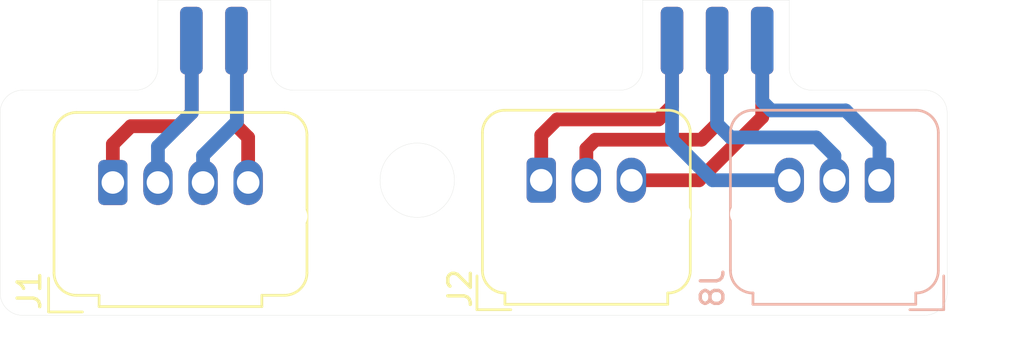
<source format=kicad_pcb>
(kicad_pcb (version 20221018) (generator pcbnew)
  (layers (0 "F.Cu" signal) (31 "B.Cu" signal) (34 "B.Paste" user) (35 "F.Paste" user) (36 "B.SilkS" user "B.Silkscreen") (37 "F.SilkS" user "F.Silkscreen") (38 "B.Mask" user) (39 "F.Mask" user) (44 "Edge.Cuts" user))
  (net 0 "")
  (net 1 "Net-(J1-Pin_1)")
  (net 2 "Net-(J1-Pin_2)")
  (net 3 "Net-(J1-Pin_3)")
  (net 4 "Net-(J1-Pin_4)")
  (net 5 "Net-(J2-Pin_1)")
  (net 6 "Net-(J2-Pin_2)")
  (net 7 "Net-(J2-Pin_3)")
  (net 8 "Net-(J8-Pin_1)")
  (net 9 "Net-(J8-Pin_2)")
  (net 10 "Net-(J8-Pin_3)")
  (footprint "local-footprints:SMD_2PIN" (layer "F.Cu") (at 92.683 64)
    (fp_text reference "J6" hide)
    (fp_text value "Conn_01x02_Pin" hide)
    (pad "1" smd roundrect (at -1 0 90) (size 3 1) (layers "F.Cu" "F.Paste" "F.Mask") (net 1 "Net-(J1-Pin_1)"))
    (pad "2" smd roundrect (at 1 0 90) (size 3 1) (layers "F.Cu" "F.Paste" "F.Mask") (net 4 "Net-(J1-Pin_4)"))
  )
  (footprint "Connector_JST:JST_JWPF_B04B-JWPF-SK-R_1x04_P2.00mm_Vertical" (layer "F.Cu") (at 88.2 70.3 90)
    (fp_text reference "J1" (at -4.8 -3.7 90) (layer "F.SilkS"))
    (fp_text value "JWPF B04B")
    (fp_line (start -5.75 -2.85) (end -4.25 -2.85) (stroke (width 0.12)) (layer "F.SilkS"))
    (fp_line (start -5.75 -1.35) (end -5.75 -2.85) (stroke (width 0.12)) (layer "F.SilkS"))
    (fp_line (start -5.51 -0.61) (end -5.51 6.61) (stroke (width 0.12)) (layer "F.SilkS"))
    (fp_line (start -5.51 6.61) (end -5.01 6.61) (stroke (width 0.12)) (layer "F.SilkS"))
    (fp_line (start -5.01 -1.61) (end -5.01 -0.61) (stroke (width 0.12)) (layer "F.SilkS"))
    (fp_line (start -5.01 -0.61) (end -5.51 -0.61) (stroke (width 0.12)) (layer "F.SilkS"))
    (fp_line (start -5.01 6.61) (end -5.01 7.61) (stroke (width 0.12)) (layer "F.SilkS"))
    (fp_line (start -4.01 -2.61) (end 2.11 -2.61) (stroke (width 0.12)) (layer "F.SilkS"))
    (fp_line (start -4.01 8.61) (end 2.11 8.61) (stroke (width 0.12)) (layer "F.SilkS"))
    (fp_line (start 3.11 -1.61) (end 3.11 7.61) (stroke (width 0.12)) (layer "F.SilkS"))
    (fp_arc (start -5.01 -1.61) (mid -4.717107 -2.317107) (end -4.01 -2.61) (stroke (width 0.12)) (layer "F.SilkS"))
    (fp_arc (start -4.01 8.61) (mid -4.717107 8.317107) (end -5.01 7.61) (stroke (width 0.12)) (layer "F.SilkS"))
    (fp_arc (start 2.11 -2.61) (mid 2.817107 -2.317107) (end 3.11 -1.61) (stroke (width 0.12)) (layer "F.SilkS"))
    (fp_arc (start 3.11 7.61) (mid 2.817107 8.317107) (end 2.11 8.61) (stroke (width 0.12)) (layer "F.SilkS"))
    (pad "" np_thru_hole circle (at -1.5 8.05 90) (size 1.15 1.15) (drill 1.15) (layers "*.Cu" "*.Mask"))
    (pad "1" thru_hole roundrect (at 0 0 90) (size 2 1.3) (drill 1) (layers "*.Cu" "*.Mask") (roundrect_rratio 0.192308) (net 1 "Net-(J1-Pin_1)"))
    (pad "2" thru_hole oval (at 0 2 90) (size 2 1.3) (drill 1) (layers "*.Cu" "*.Mask") (net 2 "Net-(J1-Pin_2)"))
    (pad "3" thru_hole oval (at 0 4 90) (size 2 1.3) (drill 1) (layers "*.Cu" "*.Mask") (net 3 "Net-(J1-Pin_3)"))
    (pad "4" thru_hole oval (at 0 6 90) (size 2 1.3) (drill 1) (layers "*.Cu" "*.Mask") (net 4 "Net-(J1-Pin_4)"))
  )
  (footprint "local-footprints:SMD_3PIN" (layer "F.Cu") (at 115 64)
    (fp_text reference "J3" hide)
    (fp_text value "Conn_01x03_Pin" hide)
    (pad "1" smd roundrect (at -2 0) (size 1 3) (layers "F.Cu" "F.Paste" "F.Mask") (net 5 "Net-(J2-Pin_1)"))
    (pad "2" smd roundrect (at 0 0) (size 1 3) (layers "F.Cu" "F.Paste" "F.Mask") (net 6 "Net-(J2-Pin_2)"))
    (pad "3" smd roundrect (at 2 0) (size 1 3) (layers "F.Cu" "F.Paste" "F.Mask") (net 7 "Net-(J2-Pin_3)"))
  )
  (footprint "Connector_JST:JST_JWPF_B03B-JWPF-SK-R_1x03_P2.00mm_Vertical" (layer "F.Cu") (at 107.2 70.2 90)
    (fp_text reference "J2" (at -4.8 -3.6 90) (layer "F.SilkS"))
    (fp_text value "JWPF B03B/B02B")
    (fp_line (start -5.75 -2.85) (end -4.25 -2.85) (stroke (width 0.12)) (layer "F.SilkS"))
    (fp_line (start -5.75 -1.35) (end -5.75 -2.85) (stroke (width 0.12)) (layer "F.SilkS"))
    (fp_line (start -5.51 -1.61) (end -5.51 5.61) (stroke (width 0.12)) (layer "F.SilkS"))
    (fp_line (start -5.51 5.61) (end -5.01 5.61) (stroke (width 0.12)) (layer "F.SilkS"))
    (fp_line (start -5.01 -1.61) (end -5.51 -1.61) (stroke (width 0.12)) (layer "F.SilkS"))
    (fp_line (start -5.01 -1.61) (end -5.01 -1.61) (stroke (width 0.12)) (layer "F.SilkS"))
    (fp_line (start -5.01 5.61) (end -5.01 5.61) (stroke (width 0.12)) (layer "F.SilkS"))
    (fp_line (start -4.01 -2.61) (end 2.11 -2.61) (stroke (width 0.12)) (layer "F.SilkS"))
    (fp_line (start -4.01 6.61) (end 2.11 6.61) (stroke (width 0.12)) (layer "F.SilkS"))
    (fp_line (start 3.11 -1.61) (end 3.11 5.61) (stroke (width 0.12)) (layer "F.SilkS"))
    (fp_arc (start -5.01 -1.61) (mid -4.717107 -2.317107) (end -4.01 -2.61) (stroke (width 0.12)) (layer "F.SilkS"))
    (fp_arc (start -4.01 6.61) (mid -4.717107 6.317107) (end -5.01 5.61) (stroke (width 0.12)) (layer "F.SilkS"))
    (fp_arc (start 2.11 -2.61) (mid 2.817107 -2.317107) (end 3.11 -1.61) (stroke (width 0.12)) (layer "F.SilkS"))
    (fp_arc (start 3.11 5.61) (mid 2.817107 6.317107) (end 2.11 6.61) (stroke (width 0.12)) (layer "F.SilkS"))
    (pad "" np_thru_hole circle (at -1.5 6.05 90) (size 1.15 1.15) (drill 1.15) (layers "*.Cu" "*.Mask"))
    (pad "1" thru_hole roundrect (at 0 0 90) (size 2 1.3) (drill 1) (layers "*.Cu" "*.Mask") (roundrect_rratio 0.192308) (net 5 "Net-(J2-Pin_1)"))
    (pad "2" thru_hole oval (at 0 2 90) (size 2 1.3) (drill 1) (layers "*.Cu" "*.Mask") (net 6 "Net-(J2-Pin_2)"))
    (pad "3" thru_hole oval (at 0 4 90) (size 2 1.3) (drill 1) (layers "*.Cu" "*.Mask") (net 7 "Net-(J2-Pin_3)"))
  )
  (footprint "Connector_JST:JST_JWPF_B03B-JWPF-SK-R_1x03_P2.00mm_Vertical" (layer "B.Cu") (at 122.2 70.2 90)
    (fp_text reference "J8" (at -4.8 -7.4 90) (layer "B.SilkS") (effects (justify mirror)))
    (fp_text value "JWPF B03B/B02B")
    (fp_line (start -5.75 1.35) (end -5.75 2.85) (stroke (width 0.12)) (layer "B.SilkS"))
    (fp_line (start -5.75 2.85) (end -4.25 2.85) (stroke (width 0.12)) (layer "B.SilkS"))
    (fp_line (start -5.51 -5.61) (end -5.01 -5.61) (stroke (width 0.12)) (layer "B.SilkS"))
    (fp_line (start -5.51 1.61) (end -5.51 -5.61) (stroke (width 0.12)) (layer "B.SilkS"))
    (fp_line (start -5.01 -5.61) (end -5.01 -5.61) (stroke (width 0.12)) (layer "B.SilkS"))
    (fp_line (start -5.01 1.61) (end -5.51 1.61) (stroke (width 0.12)) (layer "B.SilkS"))
    (fp_line (start -5.01 1.61) (end -5.01 1.61) (stroke (width 0.12)) (layer "B.SilkS"))
    (fp_line (start -4.01 -6.61) (end 2.11 -6.61) (stroke (width 0.12)) (layer "B.SilkS"))
    (fp_line (start -4.01 2.61) (end 2.11 2.61) (stroke (width 0.12)) (layer "B.SilkS"))
    (fp_line (start 3.11 1.61) (end 3.11 -5.61) (stroke (width 0.12)) (layer "B.SilkS"))
    (fp_arc (start -5.01 -5.61) (mid -4.717107 -6.317107) (end -4.01 -6.61) (stroke (width 0.12)) (layer "B.SilkS"))
    (fp_arc (start -4.01 2.61) (mid -4.717107 2.317107) (end -5.01 1.61) (stroke (width 0.12)) (layer "B.SilkS"))
    (fp_arc (start 2.11 -6.61) (mid 2.817107 -6.317107) (end 3.11 -5.61) (stroke (width 0.12)) (layer "B.SilkS"))
    (fp_arc (start 3.11 1.61) (mid 2.817107 2.317107) (end 2.11 2.61) (stroke (width 0.12)) (layer "B.SilkS"))
    (pad "" np_thru_hole circle (at -1.5 -6.05 90) (size 1.15 1.15) (drill 1.15) (layers "*.Cu" "*.Mask"))
    (pad "1" thru_hole roundrect (at 0 0 90) (size 2 1.3) (drill 1) (layers "*.Cu" "*.Mask") (roundrect_rratio 0.192308) (net 8 "Net-(J8-Pin_1)"))
    (pad "2" thru_hole oval (at 0 -2 90) (size 2 1.3) (drill 1) (layers "*.Cu" "*.Mask") (net 9 "Net-(J8-Pin_2)"))
    (pad "3" thru_hole oval (at 0 -4 90) (size 2 1.3) (drill 1) (layers "*.Cu" "*.Mask") (net 10 "Net-(J8-Pin_3)"))
  )
  (footprint "local-footprints:SMD_3PIN" (layer "B.Cu") (at 115 64 180)
    (fp_text reference "J9" hide)
    (fp_text value "Conn_01x03_Pin" hide)
    (pad "1" smd roundrect (at -2 0 180) (size 1 3) (layers "B.Cu" "B.Paste" "B.Mask") (net 8 "Net-(J8-Pin_1)"))
    (pad "2" smd roundrect (at 0 0 180) (size 1 3) (layers "B.Cu" "B.Paste" "B.Mask") (net 9 "Net-(J8-Pin_2)"))
    (pad "3" smd roundrect (at 2 0 180) (size 1 3) (layers "B.Cu" "B.Paste" "B.Mask") (net 10 "Net-(J8-Pin_3)"))
  )
  (footprint "local-footprints:SMD_2PIN" (layer "B.Cu") (at 92.683 64)
    (fp_text reference "J5" hide)
    (fp_text value "Conn_01x02_Pin" hide)
    (pad "1" smd roundrect (at -1 0 270) (size 3 1) (layers "B.Cu" "B.Paste" "B.Mask") (net 2 "Net-(J1-Pin_2)"))
    (pad "2" smd roundrect (at 1 0 270) (size 3 1) (layers "B.Cu" "B.Paste" "B.Mask") (net 3 "Net-(J1-Pin_3)"))
  )
  (gr_line (start 89.2 66.2) (end 84.2 66.2) (stroke (width 0.01)) (layer "Edge.Cuts"))
  (gr_line (start 125.2 75.2) (end 125.2 67.2) (stroke (width 0.01)) (layer "Edge.Cuts"))
  (gr_line (start 83.2 67.2) (end 83.2 75.2) (stroke (width 0.01)) (layer "Edge.Cuts"))
  (gr_arc (start 90.2 65.2) (mid 89.907107 65.907107) (end 89.2 66.2) (stroke (width 0.01)) (layer "Edge.Cuts"))
  (gr_arc (start 96.2 66.2) (mid 95.492893 65.907107) (end 95.2 65.2) (stroke (width 0.01)) (layer "Edge.Cuts"))
  (gr_line (start 95.2 65.2) (end 95.2 62.2) (stroke (width 0.01)) (layer "Edge.Cuts"))
  (gr_line (start 111.7 62.2) (end 111.7 65.2) (stroke (width 0.01)) (layer "Edge.Cuts"))
  (gr_arc (start 124.2 66.2) (mid 124.907107 66.492893) (end 125.2 67.2) (stroke (width 0.01)) (layer "Edge.Cuts"))
  (gr_arc (start 111.7 65.2) (mid 111.407107 65.907107) (end 110.7 66.2) (stroke (width 0.01)) (layer "Edge.Cuts"))
  (gr_line (start 124.2 66.2) (end 119.2 66.2) (stroke (width 0.01)) (layer "Edge.Cuts"))
  (gr_arc (start 84.2 76.2) (mid 83.492893 75.907107) (end 83.2 75.2) (stroke (width 0.01)) (layer "Edge.Cuts"))
  (gr_line (start 84.2 76.2) (end 124.2 76.2) (stroke (width 0.01)) (layer "Edge.Cuts"))
  (gr_arc (start 125.2 75.2) (mid 124.907107 75.907107) (end 124.2 76.2) (stroke (width 0.01)) (layer "Edge.Cuts"))
  (gr_line (start 95.2 62.2) (end 90.2 62.2) (stroke (width 0.01)) (layer "Edge.Cuts"))
  (gr_line (start 110.7 66.2) (end 96.2 66.2) (stroke (width 0.01)) (layer "Edge.Cuts"))
  (gr_arc (start 119.2 66.2) (mid 118.492893 65.907107) (end 118.2 65.2) (stroke (width 0.01)) (layer "Edge.Cuts"))
  (gr_line (start 118.2 62.2) (end 111.7 62.2) (stroke (width 0.01)) (layer "Edge.Cuts"))
  (gr_circle (center 101.7 70.2) (end 103.35 70.2) (stroke (width 0.01)) (fill none) (layer "Edge.Cuts"))
  (gr_line (start 118.2 65.2) (end 118.2 62.2) (stroke (width 0.01)) (layer "Edge.Cuts"))
  (gr_arc (start 83.2 67.2) (mid 83.492893 66.492893) (end 84.2 66.2) (stroke (width 0.01)) (layer "Edge.Cuts"))
  (gr_line (start 90.2 62.2) (end 90.2 65.2) (stroke (width 0.01)) (layer "Edge.Cuts"))
  (segment (start 91.1 67.8) (end 91.7 67.2) (width 0.6096) (layer "F.Cu") (net 1))
  (segment (start 88.2 68.6) (end 89 67.8) (width 0.6096) (layer "F.Cu") (net 1))
  (segment (start 89 67.8) (end 91.1 67.8) (width 0.6096) (layer "F.Cu") (net 1))
  (segment (start 88.2 70.3) (end 88.2 68.6) (width 0.6096) (layer "F.Cu") (net 1))
  (segment (start 91.7 67.2) (end 91.7 64.9) (width 0.6096) (layer "F.Cu") (net 1))
  (segment (start 90.2 70.3) (end 90.2 68.7) (width 0.6096) (layer "B.Cu") (net 2))
  (segment (start 90.2 68.7) (end 91.7 67.2) (width 0.6096) (layer "B.Cu") (net 2))
  (segment (start 91.7 67.2) (end 91.7 64.9) (width 0.6096) (layer "B.Cu") (net 2))
  (segment (start 93.7 67.6) (end 93.7 64.9) (width 0.6096) (layer "B.Cu") (net 3))
  (segment (start 92.2 69.1) (end 93.7 67.6) (width 0.6096) (layer "B.Cu") (net 3))
  (segment (start 92.2 70.3) (end 92.2 69.1) (width 0.6096) (layer "B.Cu") (net 3))
  (segment (start 94.2 68.3) (end 93.7 67.8) (width 0.6096) (layer "F.Cu") (net 4))
  (segment (start 93.7 67.8) (end 93.7 64.9) (width 0.6096) (layer "F.Cu") (net 4))
  (segment (start 94.2 70.3) (end 94.2 68.3) (width 0.6096) (layer "F.Cu") (net 4))
  (segment (start 107.2 68.2) (end 107.9 67.5) (width 0.6096) (layer "F.Cu") (net 5))
  (segment (start 113 66.9) (end 113 64.9) (width 0.6096) (layer "F.Cu") (net 5))
  (segment (start 112.4 67.5) (end 113 66.9) (width 0.6096) (layer "F.Cu") (net 5))
  (segment (start 107.2 70.2) (end 107.2 68.2) (width 0.6096) (layer "F.Cu") (net 5))
  (segment (start 107.9 67.5) (end 112.4 67.5) (width 0.6096) (layer "F.Cu") (net 5))
  (segment (start 114.3 68.4) (end 115 67.7) (width 0.6096) (layer "F.Cu") (net 6))
  (segment (start 109.2 68.8) (end 109.6 68.4) (width 0.6096) (layer "F.Cu") (net 6))
  (segment (start 109.2 70.2) (end 109.2 68.8) (width 0.6096) (layer "F.Cu") (net 6))
  (segment (start 115 67.7) (end 115 64.9) (width 0.6096) (layer "F.Cu") (net 6))
  (segment (start 109.6 68.4) (end 114.3 68.4) (width 0.6096) (layer "F.Cu") (net 6))
  (segment (start 117 67.4) (end 117 64.9) (width 0.6096) (layer "F.Cu") (net 7))
  (segment (start 114.2 70.2) (end 117 67.4) (width 0.6096) (layer "F.Cu") (net 7))
  (segment (start 111.2 70.2) (end 114.2 70.2) (width 0.6096) (layer "F.Cu") (net 7))
  (segment (start 117 66.7) (end 117 64.9) (width 0.6096) (layer "B.Cu") (net 8))
  (segment (start 122.2 70.2) (end 122.2 68.6) (width 0.6096) (layer "B.Cu") (net 8))
  (segment (start 117.4 67.1) (end 117 66.7) (width 0.6096) (layer "B.Cu") (net 8))
  (segment (start 120.7 67.1) (end 117.4 67.1) (width 0.6096) (layer "B.Cu") (net 8))
  (segment (start 122.2 68.6) (end 120.7 67.1) (width 0.6096) (layer "B.Cu") (net 8))
  (segment (start 120.2 69.1) (end 119.4 68.3) (width 0.6096) (layer "B.Cu") (net 9))
  (segment (start 115 67.7) (end 115 64.9) (width 0.6096) (layer "B.Cu") (net 9))
  (segment (start 119.4 68.3) (end 115.6 68.3) (width 0.6096) (layer "B.Cu") (net 9))
  (segment (start 115.6 68.3) (end 115 67.7) (width 0.6096) (layer "B.Cu") (net 9))
  (segment (start 120.2 70.2) (end 120.2 69.1) (width 0.6096) (layer "B.Cu") (net 9))
  (segment (start 113 68.4) (end 113 64.9) (width 0.6096) (layer "B.Cu") (net 10))
  (segment (start 114.8 70.2) (end 113 68.4) (width 0.6096) (layer "B.Cu") (net 10))
  (segment (start 118.2 70.2) (end 114.8 70.2) (width 0.6096) (layer "B.Cu") (net 10))
)
</source>
